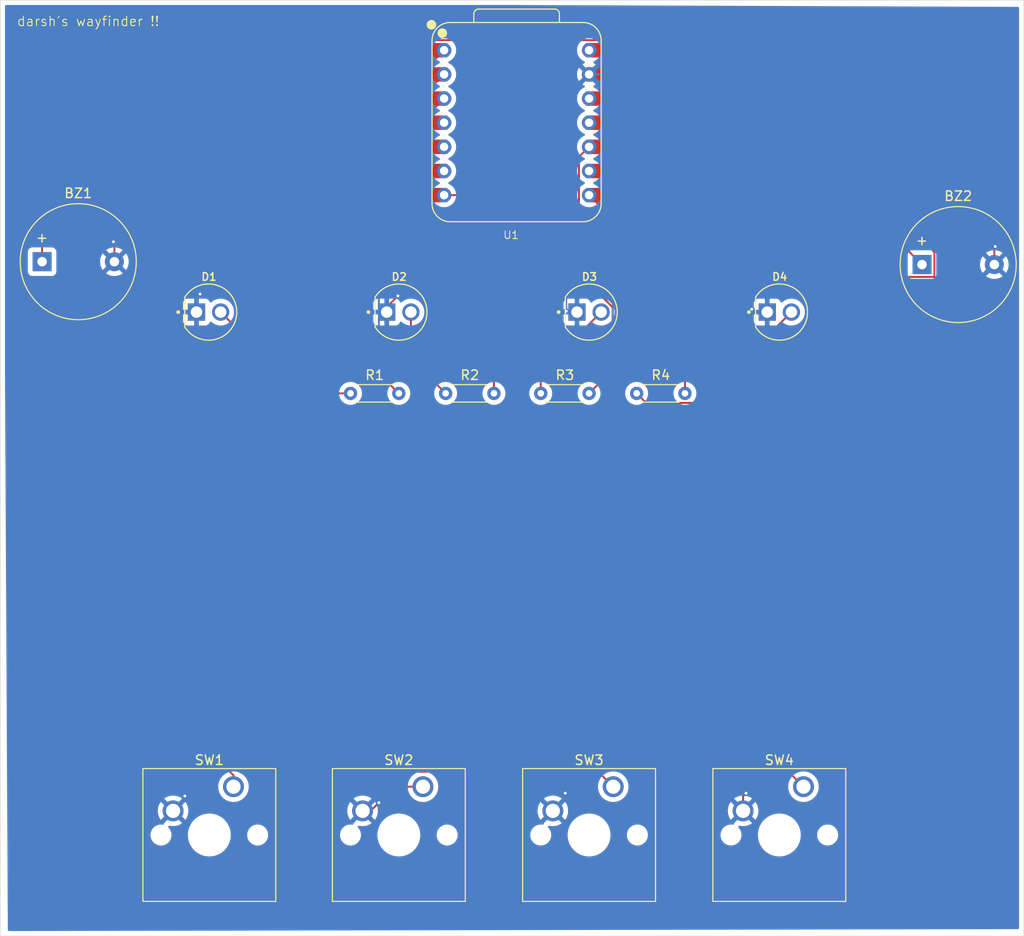
<source format=kicad_pcb>
(kicad_pcb (version 20241229) (generator "pcbnew") (generator_version "9.0")
  (layers (0 "F.Cu" signal) (2 "B.Cu" signal) (13 "F.Paste" user) (15 "B.Paste" user) (5 "F.SilkS" user "F.Silkscreen") (7 "B.SilkS" user "B.Silkscreen") (1 "F.Mask" user) (3 "B.Mask" user) (25 "Edge.Cuts" user))
  (net 0 "")
  (net 1 "buzzer1")
  (net 2 "GND")
  (net 3 "buzzer2")
  (net 4 "Net-(D1-PadA)")
  (net 5 "Net-(D2-PadA)")
  (net 6 "Net-(D3-PadA)")
  (net 7 "Net-(D4-PadA)")
  (net 8 "LED1")
  (net 9 "LED2")
  (net 10 "LED3")
  (net 11 "LED4")
  (net 12 "button1")
  (net 13 "button2")
  (net 14 "button3")
  (net 15 "button4")
  (footprint "Resistor_THT:R_Axial_DIN0204_L3.6mm_D1.6mm_P5.08mm_Horizontal" (layer "F.Cu") (at 134.92 83.55)
    (property "Reference" "R3" (at 2.54 -1.92 0) (layer "F.SilkS"))
    (property "Value" "R")
    (fp_line (start 0.62 -0.92) (end 4.46 -0.92) (stroke (width 0.12)) (layer "F.SilkS"))
    (fp_line (start 0.62 0.92) (end 4.46 0.92) (stroke (width 0.12)) (layer "F.SilkS"))
    (pad "1" thru_hole circle (at 0 0) (size 1.4 1.4) (drill 0.7) (layers "*.Cu" "*.Mask") (net 6 "Net-(D3-PadA)"))
    (pad "2" thru_hole oval (at 5.08 0) (size 1.4 1.4) (drill 0.7) (layers "*.Cu" "*.Mask") (net 10 "LED3"))
  )
  (footprint "Button_Switch_Keyboard:SW_Cherry_MX_1.00u_PCB" (layer "F.Cu") (at 162.54 124.92)
    (property "Reference" "SW4" (at -2.54 -2.794 0) (layer "F.SilkS"))
    (property "Value" "SW_Push")
    (fp_line (start -9.525 -1.905) (end 4.445 -1.905) (stroke (width 0.12)) (layer "F.SilkS"))
    (fp_line (start -9.525 12.065) (end -9.525 -1.905) (stroke (width 0.12)) (layer "F.SilkS"))
    (fp_line (start 4.445 -1.905) (end 4.445 12.065) (stroke (width 0.12)) (layer "F.SilkS"))
    (fp_line (start 4.445 12.065) (end -9.525 12.065) (stroke (width 0.12)) (layer "F.SilkS"))
    (pad "" np_thru_hole circle (at -7.62 5.08) (size 1.7 1.7) (drill 1.7) (layers "*.Cu" "*.Mask"))
    (pad "" np_thru_hole circle (at -2.54 5.08) (size 4 4) (drill 4) (layers "*.Cu" "*.Mask"))
    (pad "" np_thru_hole circle (at 2.54 5.08) (size 1.7 1.7) (drill 1.7) (layers "*.Cu" "*.Mask"))
    (pad "1" thru_hole circle (at 0 0) (size 2.2 2.2) (drill 1.5) (layers "*.Cu" "*.Mask") (net 15 "button4"))
    (pad "2" thru_hole circle (at -6.35 2.54) (size 2.2 2.2) (drill 1.5) (layers "*.Cu" "*.Mask") (net 2 "GND"))
  )
  (footprint "footprints:LEDRD254W57D500H1070" (layer "F.Cu") (at 120 75)
    (property "Reference" "D2" (at 0.04 -3.708 0) (layer "F.SilkS") (effects (font (size 0.8 0.8))))
    (property "Value" "L08R5000Q1")
    (fp_line (start -2.5 -1.566) (end -2.5 1.566) (stroke (width 0.127)) (layer "F.SilkS"))
    (fp_arc (start -2.5 -1.566) (mid 2.961291 0) (end -2.5 1.566) (stroke (width 0.127)) (layer "F.SilkS"))
    (fp_circle (center -3.2 0) (end -3.1 0) (stroke (width 0.2)) (fill no) (layer "F.SilkS"))
    (pad "A" thru_hole circle (at 1.27 0) (size 1.815 1.815) (drill 1.21) (layers "*.Cu" "*.Mask") (net 5 "Net-(D2-PadA)"))
    (pad "C" thru_hole rect (at -1.27 0) (size 1.815 1.815) (drill 1.21) (layers "*.Cu" "*.Mask") (net 2 "GND"))
  )
  (footprint "Buzzer_Beeper:Buzzer_12x9.5RM7.6" (layer "F.Cu") (at 175 70)
    (property "Reference" "BZ2" (at 3.8 -7.2 0) (layer "F.SilkS"))
    (property "Value" "Buzzer")
    (fp_circle (center 3.8 0) (end 9.9 0) (stroke (width 0.12)) (fill no) (layer "F.SilkS"))
    (fp_text user "+" (at -0.01 -2.54 0) (layer "F.SilkS"))
    (pad "1" thru_hole rect (at 0 0) (size 2 2) (drill 1) (layers "*.Cu" "*.Mask") (net 3 "buzzer2"))
    (pad "2" thru_hole circle (at 7.6 0) (size 2 2) (drill 1) (layers "*.Cu" "*.Mask") (net 2 "GND"))
  )
  (footprint "Resistor_THT:R_Axial_DIN0204_L3.6mm_D1.6mm_P5.08mm_Horizontal" (layer "F.Cu") (at 114.92 83.55)
    (property "Reference" "R1" (at 2.54 -1.92 0) (layer "F.SilkS"))
    (property "Value" "R")
    (fp_line (start 0.62 -0.92) (end 4.46 -0.92) (stroke (width 0.12)) (layer "F.SilkS"))
    (fp_line (start 0.62 0.92) (end 4.46 0.92) (stroke (width 0.12)) (layer "F.SilkS"))
    (pad "1" thru_hole circle (at 0 0) (size 1.4 1.4) (drill 0.7) (layers "*.Cu" "*.Mask") (net 4 "Net-(D1-PadA)"))
    (pad "2" thru_hole oval (at 5.08 0) (size 1.4 1.4) (drill 0.7) (layers "*.Cu" "*.Mask") (net 8 "LED1"))
  )
  (footprint "Button_Switch_Keyboard:SW_Cherry_MX_1.00u_PCB" (layer "F.Cu") (at 102.62 124.92)
    (property "Reference" "SW1" (at -2.54 -2.794 0) (layer "F.SilkS"))
    (property "Value" "SW_Push")
    (fp_line (start -9.525 -1.905) (end 4.445 -1.905) (stroke (width 0.12)) (layer "F.SilkS"))
    (fp_line (start -9.525 12.065) (end -9.525 -1.905) (stroke (width 0.12)) (layer "F.SilkS"))
    (fp_line (start 4.445 -1.905) (end 4.445 12.065) (stroke (width 0.12)) (layer "F.SilkS"))
    (fp_line (start 4.445 12.065) (end -9.525 12.065) (stroke (width 0.12)) (layer "F.SilkS"))
    (pad "" np_thru_hole circle (at -7.62 5.08) (size 1.7 1.7) (drill 1.7) (layers "*.Cu" "*.Mask"))
    (pad "" np_thru_hole circle (at -2.54 5.08) (size 4 4) (drill 4) (layers "*.Cu" "*.Mask"))
    (pad "" np_thru_hole circle (at 2.54 5.08) (size 1.7 1.7) (drill 1.7) (layers "*.Cu" "*.Mask"))
    (pad "1" thru_hole circle (at 0 0) (size 2.2 2.2) (drill 1.5) (layers "*.Cu" "*.Mask") (net 12 "button1"))
    (pad "2" thru_hole circle (at -6.35 2.54) (size 2.2 2.2) (drill 1.5) (layers "*.Cu" "*.Mask") (net 2 "GND"))
  )
  (footprint "Button_Switch_Keyboard:SW_Cherry_MX_1.00u_PCB" (layer "F.Cu") (at 122.54 124.92)
    (property "Reference" "SW2" (at -2.54 -2.794 0) (layer "F.SilkS"))
    (property "Value" "SW_Push")
    (fp_line (start -9.525 -1.905) (end 4.445 -1.905) (stroke (width 0.12)) (layer "F.SilkS"))
    (fp_line (start -9.525 12.065) (end -9.525 -1.905) (stroke (width 0.12)) (layer "F.SilkS"))
    (fp_line (start 4.445 -1.905) (end 4.445 12.065) (stroke (width 0.12)) (layer "F.SilkS"))
    (fp_line (start 4.445 12.065) (end -9.525 12.065) (stroke (width 0.12)) (layer "F.SilkS"))
    (pad "" np_thru_hole circle (at -7.62 5.08) (size 1.7 1.7) (drill 1.7) (layers "*.Cu" "*.Mask"))
    (pad "" np_thru_hole circle (at -2.54 5.08) (size 4 4) (drill 4) (layers "*.Cu" "*.Mask"))
    (pad "" np_thru_hole circle (at 2.54 5.08) (size 1.7 1.7) (drill 1.7) (layers "*.Cu" "*.Mask"))
    (pad "1" thru_hole circle (at 0 0) (size 2.2 2.2) (drill 1.5) (layers "*.Cu" "*.Mask") (net 13 "button2"))
    (pad "2" thru_hole circle (at -6.35 2.54) (size 2.2 2.2) (drill 1.5) (layers "*.Cu" "*.Mask") (net 2 "GND"))
  )
  (footprint "Resistor_THT:R_Axial_DIN0204_L3.6mm_D1.6mm_P5.08mm_Horizontal" (layer "F.Cu") (at 145 83.55)
    (property "Reference" "R4" (at 2.54 -1.92 0) (layer "F.SilkS"))
    (property "Value" "R")
    (fp_line (start 0.62 -0.92) (end 4.46 -0.92) (stroke (width 0.12)) (layer "F.SilkS"))
    (fp_line (start 0.62 0.92) (end 4.46 0.92) (stroke (width 0.12)) (layer "F.SilkS"))
    (pad "1" thru_hole circle (at 0 0) (size 1.4 1.4) (drill 0.7) (layers "*.Cu" "*.Mask") (net 7 "Net-(D4-PadA)"))
    (pad "2" thru_hole oval (at 5.08 0) (size 1.4 1.4) (drill 0.7) (layers "*.Cu" "*.Mask") (net 11 "LED4"))
  )
  (footprint "Button_Switch_Keyboard:SW_Cherry_MX_1.00u_PCB" (layer "F.Cu") (at 142.54 124.92)
    (property "Reference" "SW3" (at -2.54 -2.794 0) (layer "F.SilkS"))
    (property "Value" "SW_Push")
    (fp_line (start -9.525 -1.905) (end 4.445 -1.905) (stroke (width 0.12)) (layer "F.SilkS"))
    (fp_line (start -9.525 12.065) (end -9.525 -1.905) (stroke (width 0.12)) (layer "F.SilkS"))
    (fp_line (start 4.445 -1.905) (end 4.445 12.065) (stroke (width 0.12)) (layer "F.SilkS"))
    (fp_line (start 4.445 12.065) (end -9.525 12.065) (stroke (width 0.12)) (layer "F.SilkS"))
    (pad "" np_thru_hole circle (at -7.62 5.08) (size 1.7 1.7) (drill 1.7) (layers "*.Cu" "*.Mask"))
    (pad "" np_thru_hole circle (at -2.54 5.08) (size 4 4) (drill 4) (layers "*.Cu" "*.Mask"))
    (pad "" np_thru_hole circle (at 2.54 5.08) (size 1.7 1.7) (drill 1.7) (layers "*.Cu" "*.Mask"))
    (pad "1" thru_hole circle (at 0 0) (size 2.2 2.2) (drill 1.5) (layers "*.Cu" "*.Mask") (net 14 "button3"))
    (pad "2" thru_hole circle (at -6.35 2.54) (size 2.2 2.2) (drill 1.5) (layers "*.Cu" "*.Mask") (net 2 "GND"))
  )
  (footprint "footprints:LEDRD254W57D500H1070" (layer "F.Cu") (at 160 75)
    (property "Reference" "D4" (at 0.04 -3.708 0) (layer "F.SilkS") (effects (font (size 0.8 0.8))))
    (property "Value" "L08R5000Q1")
    (fp_line (start -2.5 -1.566) (end -2.5 1.566) (stroke (width 0.127)) (layer "F.SilkS"))
    (fp_arc (start -2.5 -1.566) (mid 2.961291 0) (end -2.5 1.566) (stroke (width 0.127)) (layer "F.SilkS"))
    (fp_circle (center -3.2 0) (end -3.1 0) (stroke (width 0.2)) (fill no) (layer "F.SilkS"))
    (pad "A" thru_hole circle (at 1.27 0) (size 1.815 1.815) (drill 1.21) (layers "*.Cu" "*.Mask") (net 7 "Net-(D4-PadA)"))
    (pad "C" thru_hole rect (at -1.27 0) (size 1.815 1.815) (drill 1.21) (layers "*.Cu" "*.Mask") (net 2 "GND"))
  )
  (footprint "Buzzer_Beeper:Buzzer_12x9.5RM7.6" (layer "F.Cu") (at 82.5 69.7)
    (property "Reference" "BZ1" (at 3.8 -7.2 0) (layer "F.SilkS"))
    (property "Value" "Buzzer")
    (fp_circle (center 3.8 0) (end 9.9 0) (stroke (width 0.12)) (fill no) (layer "F.SilkS"))
    (fp_text user "+" (at -0.01 -2.54 0) (layer "F.SilkS"))
    (pad "1" thru_hole rect (at 0 0) (size 2 2) (drill 1) (layers "*.Cu" "*.Mask") (net 1 "buzzer1"))
    (pad "2" thru_hole circle (at 7.6 0) (size 2 2) (drill 1) (layers "*.Cu" "*.Mask") (net 2 "GND"))
  )
  (footprint "footprints:LEDRD254W57D500H1070" (layer "F.Cu") (at 140 75)
    (property "Reference" "D3" (at 0.04 -3.708 0) (layer "F.SilkS") (effects (font (size 0.8 0.8))))
    (property "Value" "L08R5000Q1")
    (fp_line (start -2.5 -1.566) (end -2.5 1.566) (stroke (width 0.127)) (layer "F.SilkS"))
    (fp_arc (start -2.5 -1.566) (mid 2.961291 0) (end -2.5 1.566) (stroke (width 0.127)) (layer "F.SilkS"))
    (fp_circle (center -3.2 0) (end -3.1 0) (stroke (width 0.2)) (fill no) (layer "F.SilkS"))
    (pad "A" thru_hole circle (at 1.27 0) (size 1.815 1.815) (drill 1.21) (layers "*.Cu" "*.Mask") (net 6 "Net-(D3-PadA)"))
    (pad "C" thru_hole rect (at -1.27 0) (size 1.815 1.815) (drill 1.21) (layers "*.Cu" "*.Mask") (net 2 "GND"))
  )
  (footprint "footprints:XIAO-RP2040-DIP" (layer "F.Cu") (at 132.38 55.08)
    (property "Reference" "U1" (at -0.58 11.82 0) (layer "F.SilkS") (effects (font (size 0.8 0.8) (thickness 0.1016))))
    (property "Value" "XIAO-RP2040-DIP")
    (fp_line (start -8.89 8.509) (end -8.89 -8.636) (stroke (width 0.127)) (layer "F.SilkS"))
    (fp_line (start -6.985 10.414) (end 6.985 10.414) (stroke (width 0.127)) (layer "F.SilkS"))
    (fp_line (start -4.495 -10.541) (end -4.491272 -11.451272) (stroke (width 0.127)) (layer "F.SilkS"))
    (fp_line (start -3.991272 -11.951) (end 4.004 -11.951) (stroke (width 0.127)) (layer "F.SilkS"))
    (fp_line (start 4.504 -11.451) (end 4.504 -10.541) (stroke (width 0.127)) (layer "F.SilkS"))
    (fp_line (start 6.985 -10.541) (end -6.985 -10.541) (stroke (width 0.1)) (layer "F.SilkS"))
    (fp_line (start 6.985 -10.541) (end -6.985 -10.541) (stroke (width 0.127)) (layer "F.SilkS"))
    (fp_line (start 8.89 8.509) (end 8.89 -8.636) (stroke (width 0.127)) (layer "F.SilkS"))
    (fp_arc (start -8.89 -8.636) (mid -8.332038 -9.983038) (end -6.985 -10.541) (stroke (width 0.127)) (layer "F.SilkS"))
    (fp_arc (start -6.985 10.414) (mid -8.332038 9.856038) (end -8.89 8.509) (stroke (width 0.127)) (layer "F.SilkS"))
    (fp_arc (start -4.491272 -11.451272) (mid -4.344728 -11.80464) (end -3.991272 -11.951) (stroke (width 0.127)) (layer "F.SilkS"))
    (fp_arc (start 4.004 -11.951) (mid 4.357553 -11.804553) (end 4.504 -11.451) (stroke (width 0.127)) (layer "F.SilkS"))
    (fp_arc (start 6.985 -10.541) (mid 8.332038 -9.983038) (end 8.89 -8.636) (stroke (width 0.127)) (layer "F.SilkS"))
    (fp_arc (start 8.89 8.509) (mid 8.332038 9.856038) (end 6.985 10.414) (stroke (width 0.127)) (layer "F.SilkS"))
    (fp_circle (center -8.95 -10.3) (end -8.95 -10.554) (stroke (width 0.5)) (fill yes) (layer "F.SilkS"))
    (fp_circle (center -7.807 -9.42) (end -7.807 -9.674) (stroke (width 0.5)) (fill yes) (layer "F.SilkS"))
    (pad "1" smd roundrect (at -8.455 -7.62 180) (size 2.432 1.524) (layers "F.Cu" "F.Mask") (roundrect_rratio 0.1) (net 12 "button1"))
    (pad "1" thru_hole circle (at -7.62 -7.62 180) (size 1.524 1.524) (drill 0.889) (layers "*.Cu" "*.Mask") (net 12 "button1"))
    (pad "2" smd roundrect (at -8.455 -5.08 180) (size 2.432 1.524) (layers "F.Cu" "F.Mask") (roundrect_rratio 0.1) (net 13 "button2"))
    (pad "2" thru_hole circle (at -7.62 -5.08 180) (size 1.524 1.524) (drill 0.889) (layers "*.Cu" "*.Mask") (net 13 "button2"))
    (pad "3" smd roundrect (at -8.455 -2.54 180) (size 2.432 1.524) (layers "F.Cu" "F.Mask") (roundrect_rratio 0.1) (net 14 "button3"))
    (pad "3" thru_hole circle (at -7.62 -2.54 180) (size 1.524 1.524) (drill 0.889) (layers "*.Cu" "*.Mask") (net 14 "button3"))
    (pad "4" smd roundrect (at -8.455 0 180) (size 2.432 1.524) (layers "F.Cu" "F.Mask") (roundrect_rratio 0.1) (net 15 "button4"))
    (pad "4" thru_hole circle (at -7.62 0 180) (size 1.524 1.524) (drill 0.889) (layers "*.Cu" "*.Mask") (net 15 "button4"))
    (pad "5" smd roundrect (at -8.455 2.54 180) (size 2.432 1.524) (layers "F.Cu" "F.Mask") (roundrect_rratio 0.1) (net 8 "LED1"))
    (pad "5" thru_hole circle (at -7.62 2.54 180) (size 1.524 1.524) (drill 0.889) (layers "*.Cu" "*.Mask") (net 8 "LED1"))
    (pad "6" smd roundrect (at -8.455 5.08 180) (size 2.432 1.524) (layers "F.Cu" "F.Mask") (roundrect_rratio 0.1) (net 9 "LED2"))
    (pad "6" thru_hole circle (at -7.62 5.08 180) (size 1.524 1.524) (drill 0.889) (layers "*.Cu" "*.Mask") (net 9 "LED2"))
    (pad "7" smd roundrect (at -8.455 7.62 180) (size 2.432 1.524) (layers "F.Cu" "F.Mask") (roundrect_rratio 0.1) (net 10 "LED3"))
    (pad "7" thru_hole circle (at -7.62 7.62 180) (size 1.524 1.524) (drill 0.889) (layers "*.Cu" "*.Mask") (net 10 "LED3"))
    (pad "8" thru_hole circle (at 7.62 7.62) (size 1.524 1.524) (drill 0.889) (layers "*.Cu" "*.Mask") (net 1 "buzzer1"))
    (pad "8" smd roundrect (at 8.455 7.62) (size 2.432 1.524) (layers "F.Cu" "F.Mask") (roundrect_rratio 0.1) (net 1 "buzzer1"))
    (pad "9" thru_hole circle (at 7.62 5.08) (size 1.524 1.524) (drill 0.889) (layers "*.Cu" "*.Mask") (net 3 "buzzer2"))
    (pad "9" smd roundrect (at 8.455 5.08) (size 2.432 1.524) (layers "F.Cu" "F.Mask") (roundrect_rratio 0.1) (net 3 "buzzer2"))
    (pad "10" thru_hole circle (at 7.62 2.54) (size 1.524 1.524) (drill 0.889) (layers "*.Cu" "*.Mask") (net 11 "LED4"))
    (pad "10" smd roundrect (at 8.455 2.54) (size 2.432 1.524) (layers "F.Cu" "F.Mask") (roundrect_rratio 0.1) (net 11 "LED4"))
    (pad "11" thru_hole circle (at 7.62 0) (size 1.524 1.524) (drill 0.889) (layers "*.Cu" "*.Mask"))
    (pad "11" smd roundrect (at 8.455 0) (size 2.432 1.524) (layers "F.Cu" "F.Mask") (roundrect_rratio 0.1))
    (pad "12" thru_hole circle (at 7.62 -2.54) (size 1.524 1.524) (drill 0.889) (layers "*.Cu" "*.Mask"))
    (pad "12" smd roundrect (at 8.455 -2.54) (size 2.432 1.524) (layers "F.Cu" "F.Mask") (roundrect_rratio 0.1))
    (pad "13" thru_hole circle (at 7.62 -5.08) (size 1.524 1.524) (drill 0.889) (layers "*.Cu" "*.Mask") (net 2 "GND"))
    (pad "13" smd roundrect (at 8.455 -5.08) (size 2.432 1.524) (layers "F.Cu" "F.Mask") (roundrect_rratio 0.1) (net 2 "GND"))
    (pad "14" thru_hole circle (at 7.62 -7.62) (size 1.524 1.524) (drill 0.889) (layers "*.Cu" "*.Mask"))
    (pad "14" smd roundrect (at 8.455 -7.62) (size 2.432 1.524) (layers "F.Cu" "F.Mask") (roundrect_rratio 0.1))
  )
  (footprint "Resistor_THT:R_Axial_DIN0204_L3.6mm_D1.6mm_P5.08mm_Horizontal" (layer "F.Cu") (at 124.92 83.55)
    (property "Reference" "R2" (at 2.54 -1.92 0) (layer "F.SilkS"))
    (property "Value" "R")
    (fp_line (start 0.62 -0.92) (end 4.46 -0.92) (stroke (width 0.12)) (layer "F.SilkS"))
    (fp_line (start 0.62 0.92) (end 4.46 0.92) (stroke (width 0.12)) (layer "F.SilkS"))
    (pad "1" thru_hole circle (at 0 0) (size 1.4 1.4) (drill 0.7) (layers "*.Cu" "*.Mask") (net 5 "Net-(D2-PadA)"))
    (pad "2" thru_hole oval (at 5.08 0) (size 1.4 1.4) (drill 0.7) (layers "*.Cu" "*.Mask") (net 9 "LED2"))
  )
  (footprint "footprints:LEDRD254W57D500H1070" (layer "F.Cu") (at 100 75)
    (property "Reference" "D1" (at 0.04 -3.708 0) (layer "F.SilkS") (effects (font (size 0.8 0.8))))
    (property "Value" "L08R5000Q1")
    (fp_line (start -2.5 -1.566) (end -2.5 1.566) (stroke (width 0.127)) (layer "F.SilkS"))
    (fp_arc (start -2.5 -1.566) (mid 2.961291 0) (end -2.5 1.566) (stroke (width 0.127)) (layer "F.SilkS"))
    (fp_circle (center -3.2 0) (end -3.1 0) (stroke (width 0.2)) (fill no) (layer "F.SilkS"))
    (pad "A" thru_hole circle (at 1.27 0) (size 1.815 1.815) (drill 1.21) (layers "*.Cu" "*.Mask") (net 4 "Net-(D1-PadA)"))
    (pad "C" thru_hole rect (at -1.27 0) (size 1.815 1.815) (drill 1.21) (layers "*.Cu" "*.Mask") (net 2 "GND"))
  )
  (gr_rect (start 78.1 42.2) (end 185.7 140.6) (stroke (width 0.05)) (fill no) (layer "Edge.Cuts"))
  (gr_text "darsh's wayfinder !!" (at 79.8 45 0) (layer "F.SilkS") (effects (font (size 1 1) (thickness 0.1)) (justify left bottom)))
  (segment (start 176.301 68.699) (end 176.301 71.301) (width 0.2) (layer "F.Cu") (net 1))
  (segment (start 98.4688 46.397) (end 153.999 46.397) (width 0.2) (layer "F.Cu") (net 1))
  (segment (start 148.601 71.301) (end 140 62.7) (width 0.2) (layer "F.Cu") (net 1))
  (segment (start 82.5 62.3658) (end 98.4688 46.397) (width 0.2) (layer "F.Cu") (net 1))
  (segment (start 153.999 46.397) (end 176.301 68.699) (width 0.2) (layer "F.Cu") (net 1))
  (segment (start 82.5 69.7) (end 82.5 62.3658) (width 0.2) (layer "F.Cu") (net 1))
  (segment (start 176.301 71.301) (end 148.601 71.301) (width 0.2) (layer "F.Cu") (net 1))
  (segment (start 182.6 68.2) (end 182.7 68.1) (width 0.2) (layer "F.Cu") (net 2))
  (segment (start 182.6 70) (end 182.6 68.2) (width 0.2) (layer "F.Cu") (net 2))
  (segment (start 116.19 127.46) (end 117.04 127.46) (width 0.2) (layer "F.Cu") (net 2))
  (segment (start 97.5 126.23) (end 97.5 125.9) (width 0.2) (layer "F.Cu") (net 2))
  (segment (start 118.73 74.47) (end 119.9 73.3) (width 0.2) (layer "F.Cu") (net 2))
  (segment (start 98.73 73.47) (end 99.1 73.1) (width 0.2) (layer "F.Cu") (net 2))
  (segment (start 96.27 127.46) (end 97.5 126.23) (width 0.2) (layer "F.Cu") (net 2))
  (segment (start 156.19 127.46) (end 156.19 125.91) (width 0.2) (layer "F.Cu") (net 2))
  (segment (start 137.7 75) (end 137.6 74.9) (width 0.2) (layer "F.Cu") (net 2))
  (segment (start 158.73 75) (end 157.4 75) (width 0.2) (layer "F.Cu") (net 2))
  (segment (start 138.73 75) (end 137.7 75) (width 0.2) (layer "F.Cu") (net 2))
  (segment (start 98.73 75) (end 98.73 73.47) (width 0.2) (layer "F.Cu") (net 2))
  (segment (start 117.04 127.46) (end 117.9 126.6) (width 0.2) (layer "F.Cu") (net 2))
  (segment (start 157.4 75) (end 157.1 74.7) (width 0.2) (layer "F.Cu") (net 2))
  (segment (start 137.5 126.15) (end 137.5 125.6) (width 0.2) (layer "F.Cu") (net 2))
  (segment (start 156.19 125.91) (end 156.5 125.6) (width 0.2) (layer "F.Cu") (net 2))
  (segment (start 90.1 69.7) (end 90.1 67.7) (width 0.2) (layer "F.Cu") (net 2))
  (segment (start 136.19 127.46) (end 137.5 126.15) (width 0.2) (layer "F.Cu") (net 2))
  (segment (start 118.73 75) (end 118.73 74.47) (width 0.2) (layer "F.Cu") (net 2))
  (segment (start 90.1 67.7) (end 90 67.6) (width 0.2) (layer "F.Cu") (net 2))
  (via (at 156.5 125.6) (size 0.6) (drill 0.3) (layers "F.Cu" "B.Cu") (net 2))
  (via (at 182.7 68.1) (size 0.6) (drill 0.3) (layers "F.Cu" "B.Cu") (net 2))
  (via (at 90 67.6) (size 0.6) (drill 0.3) (layers "F.Cu" "B.Cu") (net 2))
  (via (at 97.5 125.9) (size 0.6) (drill 0.3) (layers "F.Cu" "B.Cu") (net 2))
  (via (at 137.5 125.6) (size 0.6) (drill 0.3) (layers "F.Cu" "B.Cu") (net 2))
  (via (at 157.1 74.7) (size 0.6) (drill 0.3) (layers "F.Cu" "B.Cu") (net 2))
  (via (at 137.6 74.9) (size 0.6) (drill 0.3) (layers "F.Cu" "B.Cu") (net 2))
  (via (at 117.9 126.6) (size 0.6) (drill 0.3) (layers "F.Cu" "B.Cu") (net 2))
  (via (at 99.1 73.1) (size 0.6) (drill 0.3) (layers "F.Cu" "B.Cu") (net 2))
  (via (at 119.9 73.3) (size 0.6) (drill 0.3) (layers "F.Cu" "B.Cu") (net 2))
  (segment (start 119.9 70.1) (end 140 50) (width 0.2) (layer "B.Cu") (net 2))
  (segment (start 119.9 73.3) (end 119.9 70.1) (width 0.2) (layer "B.Cu") (net 2))
  (segment (start 142.5 120.6) (end 142.5 52.5) (width 0.2) (layer "B.Cu") (net 2))
  (segment (start 116.9 73.1) (end 140 50) (width 0.2) (layer "B.Cu") (net 2))
  (segment (start 137.6 74.9) (end 137.6 52.4) (width 0.2) (layer "B.Cu") (net 2))
  (segment (start 90 67.6) (end 122.4 67.6) (width 0.2) (layer "B.Cu") (net 2))
  (segment (start 156.5 64.7) (end 141.8 50) (width 0.2) (layer "B.Cu") (net 2))
  (segment (start 164.6 50) (end 140 50) (width 0.2) (layer "B.Cu") (net 2))
  (segment (start 157.1 67.1) (end 140 50) (width 0.2) (layer "B.Cu") (net 2))
  (segment (start 141.8 50) (end 140 50) (width 0.2) (layer "B.Cu") (net 2))
  (segment (start 142.5 52.5) (end 140 50) (width 0.2) (layer "B.Cu") (net 2))
  (segment (start 122.4 67.6) (end 140 50) (width 0.2) (layer "B.Cu") (net 2))
  (segment (start 137.6 52.4) (end 140 50) (width 0.2) (layer "B.Cu") (net 2))
  (segment (start 117.9 72.1) (end 140 50) (width 0.2) (layer "B.Cu") (net 2))
  (segment (start 117.9 126.6) (end 117.9 72.1) (width 0.2) (layer "B.Cu") (net 2))
  (segment (start 99.1 73.1) (end 116.9 73.1) (width 0.2) (layer "B.Cu") (net 2))
  (segment (start 97.5 125.9) (end 97.5 92.5) (width 0.2) (layer "B.Cu") (net 2))
  (segment (start 157.1 74.7) (end 157.1 67.1) (width 0.2) (layer "B.Cu") (net 2))
  (segment (start 137.5 125.6) (end 142.5 120.6) (width 0.2) (layer "B.Cu") (net 2))
  (segment (start 156.5 125.6) (end 156.5 64.7) (width 0.2) (layer "B.Cu") (net 2))
  (segment (start 182.7 68.1) (end 164.6 50) (width 0.2) (layer "B.Cu") (net 2))
  (segment (start 97.5 92.5) (end 140 50) (width 0.2) (layer "B.Cu") (net 2))
  (segment (start 175 70) (end 165.16 60.16) (width 0.2) (layer "F.Cu") (net 3))
  (segment (start 165.16 60.16) (end 140 60.16) (width 0.2) (layer "F.Cu") (net 3))
  (segment (start 114.92 83.55) (end 109.82 83.55) (width 0.2) (layer "F.Cu") (net 4))
  (segment (start 109.82 83.55) (end 101.27 75) (width 0.2) (layer "F.Cu") (net 4))
  (segment (start 121.27 79.9) (end 121.27 75) (width 0.2) (layer "F.Cu") (net 5))
  (segment (start 124.92 83.55) (end 121.27 79.9) (width 0.2) (layer "F.Cu") (net 5))
  (segment (start 134.92 81.35) (end 141.27 75) (width 0.2) (layer "F.Cu") (net 6))
  (segment (start 134.92 83.55) (end 134.92 81.35) (width 0.2) (layer "F.Cu") (net 6))
  (segment (start 145 83.55) (end 146.001 84.551) (width 0.2) (layer "F.Cu") (net 7))
  (segment (start 146.001 84.551) (end 151.719 84.551) (width 0.2) (layer "F.Cu") (net 7))
  (segment (start 151.719 84.551) (end 161.27 75) (width 0.2) (layer "F.Cu") (net 7))
  (segment (start 115.04 57.62) (end 124.76 57.62) (width 0.2) (layer "F.Cu") (net 8))
  (segment (start 112.33 76.01) (end 112.33 60.33) (width 0.2) (layer "F.Cu") (net 8))
  (segment (start 112.46 76.01) (end 112.33 76.01) (width 0.2) (layer "F.Cu") (net 8))
  (segment (start 112.33 60.33) (end 115.04 57.62) (width 0.2) (layer "F.Cu") (net 8))
  (segment (start 120 83.55) (end 112.46 76.01) (width 0.2) (layer "F.Cu") (net 8))
  (segment (start 130 77.84) (end 115.62 63.46) (width 0.2) (layer "F.Cu") (net 9))
  (segment (start 130 83.55) (end 130 77.84) (width 0.2) (layer "F.Cu") (net 9))
  (segment (start 115.62 61.37) (end 116.83 60.16) (width 0.2) (layer "F.Cu") (net 9))
  (segment (start 116.83 60.16) (end 123.925 60.16) (width 0.2) (layer "F.Cu") (net 9))
  (segment (start 115.62 63.46) (end 115.62 61.37) (width 0.2) (layer "F.Cu") (net 9))
  (segment (start 130.679078 62.7) (end 124.76 62.7) (width 0.2) (layer "F.Cu") (net 10))
  (segment (start 140 83.55) (end 142.4785 81.0715) (width 0.2) (layer "F.Cu") (net 10))
  (segment (start 142.4785 74.499422) (end 130.679078 62.7) (width 0.2) (layer "F.Cu") (net 10))
  (segment (start 142.4785 81.0715) (end 142.4785 74.499422) (width 0.2) (layer "F.Cu") (net 10))
  (segment (start 138.937 58.683) (end 140 57.62) (width 0.2) (layer "F.Cu") (net 11))
  (segment (start 138.937 70.390822) (end 138.937 58.683) (width 0.2) (layer "F.Cu") (net 11))
  (segment (start 150.08 81.533822) (end 138.937 70.390822) (width 0.2) (layer "F.Cu") (net 11))
  (segment (start 150.08 83.55) (end 150.08 81.533822) (width 0.2) (layer "F.Cu") (net 11))
  (segment (start 92.299 53.1339) (end 92.5339 52.899) (width 0.2) (layer "F.Cu") (net 12))
  (segment (start 92.299 53.4661) (end 92.299 53.1339) (width 0.2) (layer "F.Cu") (net 12))
  (segment (start 102.62 123.72) (end 93.9 115) (width 0.2) (layer "F.Cu") (net 12))
  (segment (start 122.408 49.812) (end 122.408 49.198374) (width 0.2) (layer "F.Cu") (net 12))
  (segment (start 122.408 49.198374) (end 122.669374 48.937) (width 0.2) (layer "F.Cu") (net 12))
  (segment (start 93.9 55.0671) (end 92.299 53.4661) (width 0.2) (layer "F.Cu") (net 12))
  (segment (start 123.283 48.937) (end 124.76 47.46) (width 0.2) (layer "F.Cu") (net 12))
  (segment (start 94.431 52.899) (end 94.73 52.6) (width 0.2) (layer "F.Cu") (net 12))
  (segment (start 94.73 52.6) (end 119.62 52.6) (width 0.2) (layer "F.Cu") (net 12))
  (segment (start 93.9 115) (end 93.9 55.0671) (width 0.2) (layer "F.Cu") (net 12))
  (segment (start 92.5339 52.899) (end 94.431 52.899) (width 0.2) (layer "F.Cu") (net 12))
  (segment (start 119.62 52.6) (end 122.408 49.812) (width 0.2) (layer "F.Cu") (net 12))
  (segment (start 122.669374 48.937) (end 123.283 48.937) (width 0.2) (layer "F.Cu") (net 12))
  (segment (start 102.62 124.92) (end 102.62 123.72) (width 0.2) (layer "F.Cu") (net 12))
  (segment (start 106.22 124.92) (end 94.7 113.4) (width 0.2) (layer "F.Cu") (net 13))
  (segment (start 123.283 51.477) (end 124.76 50) (width 0.2) (layer "F.Cu") (net 13))
  (segment (start 94.7 113.4) (end 94.7 55.3) (width 0.2) (layer "F.Cu") (net 13))
  (segment (start 122.54 124.92) (end 106.22 124.92) (width 0.2) (layer "F.Cu") (net 13))
  (segment (start 122.408 51.738374) (end 122.669374 51.477) (width 0.2) (layer "F.Cu") (net 13))
  (segment (start 122.408 52.352) (end 122.408 51.738374) (width 0.2) (layer "F.Cu") (net 13))
  (segment (start 121.46 53.3) (end 122.408 52.352) (width 0.2) (layer "F.Cu") (net 13))
  (segment (start 92.7 53.3) (end 121.46 53.3) (width 0.2) (layer "F.Cu") (net 13))
  (segment (start 122.669374 51.477) (end 123.283 51.477) (width 0.2) (layer "F.Cu") (net 13))
  (segment (start 94.7 55.3) (end 92.7 53.3) (width 0.2) (layer "F.Cu") (net 13))
  (segment (start 123.3 54) (end 124.76 52.54) (width 0.2) (layer "F.Cu") (net 14))
  (segment (start 95.6 53.99) (end 95.61 54) (width 0.2) (layer "F.Cu") (net 14))
  (segment (start 95.6 109.87) (end 95.6 53.99) (width 0.2) (layer "F.Cu") (net 14))
  (segment (start 95.61 54) (end 123.3 54) (width 0.2) (layer "F.Cu") (net 14))
  (segment (start 142.54 124.92) (end 140.96 123.34) (width 0.2) (layer "F.Cu") (net 14))
  (segment (start 140.96 123.34) (end 109.07 123.34) (width 0.2) (layer "F.Cu") (net 14))
  (segment (start 109.07 123.34) (end 95.6 109.87) (width 0.2) (layer "F.Cu") (net 14))
  (segment (start 160.37 122.75) (end 111.97 122.75) (width 0.2) (layer "F.Cu") (net 15))
  (segment (start 96.7 55.82) (end 97.44 55.08) (width 0.2) (layer "F.Cu") (net 15))
  (segment (start 97.44 55.08) (end 124.76 55.08) (width 0.2) (layer "F.Cu") (net 15))
  (segment (start 96.7 107.48) (end 96.7 55.82) (width 0.2) (layer "F.Cu") (net 15))
  (segment (start 162.54 124.92) (end 160.37 122.75) (width 0.2) (layer "F.Cu") (net 15))
  (segment (start 111.97 122.75) (end 96.7 107.48) (width 0.2) (layer "F.Cu") (net 15))
  (zone (net 2) (net_name "GND") (layer "B.Cu") (connect_pads (clearance 0.5)) (min_thickness 0.25) (fill yes (thermal_gap 0.5) (thermal_bridge_width 0.5))
    (polygon (pts (xy 185.4 42.9) (xy 185.4 139.9) (xy 78.9 140.1) (xy 78.4 42.5)))
  )
)
</source>
